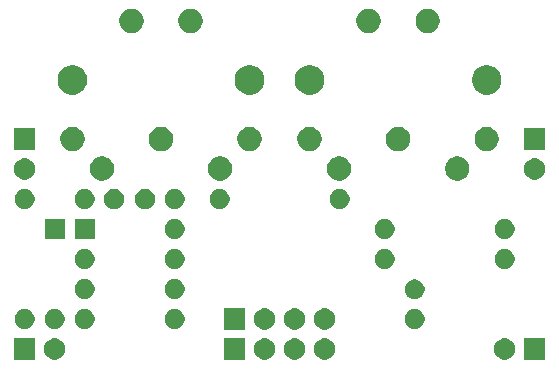
<source format=gbr>
G04 #@! TF.GenerationSoftware,KiCad,Pcbnew,(5.1.5)-3*
G04 #@! TF.CreationDate,2020-09-08T17:50:37-04:00*
G04 #@! TF.ProjectId,breadboard_midi,62726561-6462-46f6-9172-645f6d696469,rev?*
G04 #@! TF.SameCoordinates,Original*
G04 #@! TF.FileFunction,Soldermask,Bot*
G04 #@! TF.FilePolarity,Negative*
%FSLAX46Y46*%
G04 Gerber Fmt 4.6, Leading zero omitted, Abs format (unit mm)*
G04 Created by KiCad (PCBNEW (5.1.5)-3) date 2020-09-08 17:50:37*
%MOMM*%
%LPD*%
G04 APERTURE LIST*
%ADD10C,0.100000*%
G04 APERTURE END LIST*
D10*
G36*
X171081000Y-115201000D02*
G01*
X169279000Y-115201000D01*
X169279000Y-113399000D01*
X171081000Y-113399000D01*
X171081000Y-115201000D01*
G37*
G36*
X129653512Y-113403927D02*
G01*
X129802812Y-113433624D01*
X129966784Y-113501544D01*
X130114354Y-113600147D01*
X130239853Y-113725646D01*
X130338456Y-113873216D01*
X130406376Y-114037188D01*
X130441000Y-114211259D01*
X130441000Y-114388741D01*
X130406376Y-114562812D01*
X130338456Y-114726784D01*
X130239853Y-114874354D01*
X130114354Y-114999853D01*
X129966784Y-115098456D01*
X129802812Y-115166376D01*
X129653512Y-115196073D01*
X129628742Y-115201000D01*
X129451258Y-115201000D01*
X129426488Y-115196073D01*
X129277188Y-115166376D01*
X129113216Y-115098456D01*
X128965646Y-114999853D01*
X128840147Y-114874354D01*
X128741544Y-114726784D01*
X128673624Y-114562812D01*
X128639000Y-114388741D01*
X128639000Y-114211259D01*
X128673624Y-114037188D01*
X128741544Y-113873216D01*
X128840147Y-113725646D01*
X128965646Y-113600147D01*
X129113216Y-113501544D01*
X129277188Y-113433624D01*
X129426488Y-113403927D01*
X129451258Y-113399000D01*
X129628742Y-113399000D01*
X129653512Y-113403927D01*
G37*
G36*
X127901000Y-115201000D02*
G01*
X126099000Y-115201000D01*
X126099000Y-113399000D01*
X127901000Y-113399000D01*
X127901000Y-115201000D01*
G37*
G36*
X167753512Y-113403927D02*
G01*
X167902812Y-113433624D01*
X168066784Y-113501544D01*
X168214354Y-113600147D01*
X168339853Y-113725646D01*
X168438456Y-113873216D01*
X168506376Y-114037188D01*
X168541000Y-114211259D01*
X168541000Y-114388741D01*
X168506376Y-114562812D01*
X168438456Y-114726784D01*
X168339853Y-114874354D01*
X168214354Y-114999853D01*
X168066784Y-115098456D01*
X167902812Y-115166376D01*
X167753512Y-115196073D01*
X167728742Y-115201000D01*
X167551258Y-115201000D01*
X167526488Y-115196073D01*
X167377188Y-115166376D01*
X167213216Y-115098456D01*
X167065646Y-114999853D01*
X166940147Y-114874354D01*
X166841544Y-114726784D01*
X166773624Y-114562812D01*
X166739000Y-114388741D01*
X166739000Y-114211259D01*
X166773624Y-114037188D01*
X166841544Y-113873216D01*
X166940147Y-113725646D01*
X167065646Y-113600147D01*
X167213216Y-113501544D01*
X167377188Y-113433624D01*
X167526488Y-113403927D01*
X167551258Y-113399000D01*
X167728742Y-113399000D01*
X167753512Y-113403927D01*
G37*
G36*
X152513512Y-113403927D02*
G01*
X152662812Y-113433624D01*
X152826784Y-113501544D01*
X152974354Y-113600147D01*
X153099853Y-113725646D01*
X153198456Y-113873216D01*
X153266376Y-114037188D01*
X153301000Y-114211259D01*
X153301000Y-114388741D01*
X153266376Y-114562812D01*
X153198456Y-114726784D01*
X153099853Y-114874354D01*
X152974354Y-114999853D01*
X152826784Y-115098456D01*
X152662812Y-115166376D01*
X152513512Y-115196073D01*
X152488742Y-115201000D01*
X152311258Y-115201000D01*
X152286488Y-115196073D01*
X152137188Y-115166376D01*
X151973216Y-115098456D01*
X151825646Y-114999853D01*
X151700147Y-114874354D01*
X151601544Y-114726784D01*
X151533624Y-114562812D01*
X151499000Y-114388741D01*
X151499000Y-114211259D01*
X151533624Y-114037188D01*
X151601544Y-113873216D01*
X151700147Y-113725646D01*
X151825646Y-113600147D01*
X151973216Y-113501544D01*
X152137188Y-113433624D01*
X152286488Y-113403927D01*
X152311258Y-113399000D01*
X152488742Y-113399000D01*
X152513512Y-113403927D01*
G37*
G36*
X149973512Y-113403927D02*
G01*
X150122812Y-113433624D01*
X150286784Y-113501544D01*
X150434354Y-113600147D01*
X150559853Y-113725646D01*
X150658456Y-113873216D01*
X150726376Y-114037188D01*
X150761000Y-114211259D01*
X150761000Y-114388741D01*
X150726376Y-114562812D01*
X150658456Y-114726784D01*
X150559853Y-114874354D01*
X150434354Y-114999853D01*
X150286784Y-115098456D01*
X150122812Y-115166376D01*
X149973512Y-115196073D01*
X149948742Y-115201000D01*
X149771258Y-115201000D01*
X149746488Y-115196073D01*
X149597188Y-115166376D01*
X149433216Y-115098456D01*
X149285646Y-114999853D01*
X149160147Y-114874354D01*
X149061544Y-114726784D01*
X148993624Y-114562812D01*
X148959000Y-114388741D01*
X148959000Y-114211259D01*
X148993624Y-114037188D01*
X149061544Y-113873216D01*
X149160147Y-113725646D01*
X149285646Y-113600147D01*
X149433216Y-113501544D01*
X149597188Y-113433624D01*
X149746488Y-113403927D01*
X149771258Y-113399000D01*
X149948742Y-113399000D01*
X149973512Y-113403927D01*
G37*
G36*
X145681000Y-115201000D02*
G01*
X143879000Y-115201000D01*
X143879000Y-113399000D01*
X145681000Y-113399000D01*
X145681000Y-115201000D01*
G37*
G36*
X147433512Y-113403927D02*
G01*
X147582812Y-113433624D01*
X147746784Y-113501544D01*
X147894354Y-113600147D01*
X148019853Y-113725646D01*
X148118456Y-113873216D01*
X148186376Y-114037188D01*
X148221000Y-114211259D01*
X148221000Y-114388741D01*
X148186376Y-114562812D01*
X148118456Y-114726784D01*
X148019853Y-114874354D01*
X147894354Y-114999853D01*
X147746784Y-115098456D01*
X147582812Y-115166376D01*
X147433512Y-115196073D01*
X147408742Y-115201000D01*
X147231258Y-115201000D01*
X147206488Y-115196073D01*
X147057188Y-115166376D01*
X146893216Y-115098456D01*
X146745646Y-114999853D01*
X146620147Y-114874354D01*
X146521544Y-114726784D01*
X146453624Y-114562812D01*
X146419000Y-114388741D01*
X146419000Y-114211259D01*
X146453624Y-114037188D01*
X146521544Y-113873216D01*
X146620147Y-113725646D01*
X146745646Y-113600147D01*
X146893216Y-113501544D01*
X147057188Y-113433624D01*
X147206488Y-113403927D01*
X147231258Y-113399000D01*
X147408742Y-113399000D01*
X147433512Y-113403927D01*
G37*
G36*
X149973512Y-110863927D02*
G01*
X150122812Y-110893624D01*
X150286784Y-110961544D01*
X150434354Y-111060147D01*
X150559853Y-111185646D01*
X150658456Y-111333216D01*
X150726376Y-111497188D01*
X150761000Y-111671259D01*
X150761000Y-111848741D01*
X150726376Y-112022812D01*
X150658456Y-112186784D01*
X150559853Y-112334354D01*
X150434354Y-112459853D01*
X150286784Y-112558456D01*
X150122812Y-112626376D01*
X149973512Y-112656073D01*
X149948742Y-112661000D01*
X149771258Y-112661000D01*
X149746488Y-112656073D01*
X149597188Y-112626376D01*
X149433216Y-112558456D01*
X149285646Y-112459853D01*
X149160147Y-112334354D01*
X149061544Y-112186784D01*
X148993624Y-112022812D01*
X148959000Y-111848741D01*
X148959000Y-111671259D01*
X148993624Y-111497188D01*
X149061544Y-111333216D01*
X149160147Y-111185646D01*
X149285646Y-111060147D01*
X149433216Y-110961544D01*
X149597188Y-110893624D01*
X149746488Y-110863927D01*
X149771258Y-110859000D01*
X149948742Y-110859000D01*
X149973512Y-110863927D01*
G37*
G36*
X152513512Y-110863927D02*
G01*
X152662812Y-110893624D01*
X152826784Y-110961544D01*
X152974354Y-111060147D01*
X153099853Y-111185646D01*
X153198456Y-111333216D01*
X153266376Y-111497188D01*
X153301000Y-111671259D01*
X153301000Y-111848741D01*
X153266376Y-112022812D01*
X153198456Y-112186784D01*
X153099853Y-112334354D01*
X152974354Y-112459853D01*
X152826784Y-112558456D01*
X152662812Y-112626376D01*
X152513512Y-112656073D01*
X152488742Y-112661000D01*
X152311258Y-112661000D01*
X152286488Y-112656073D01*
X152137188Y-112626376D01*
X151973216Y-112558456D01*
X151825646Y-112459853D01*
X151700147Y-112334354D01*
X151601544Y-112186784D01*
X151533624Y-112022812D01*
X151499000Y-111848741D01*
X151499000Y-111671259D01*
X151533624Y-111497188D01*
X151601544Y-111333216D01*
X151700147Y-111185646D01*
X151825646Y-111060147D01*
X151973216Y-110961544D01*
X152137188Y-110893624D01*
X152286488Y-110863927D01*
X152311258Y-110859000D01*
X152488742Y-110859000D01*
X152513512Y-110863927D01*
G37*
G36*
X147433512Y-110863927D02*
G01*
X147582812Y-110893624D01*
X147746784Y-110961544D01*
X147894354Y-111060147D01*
X148019853Y-111185646D01*
X148118456Y-111333216D01*
X148186376Y-111497188D01*
X148221000Y-111671259D01*
X148221000Y-111848741D01*
X148186376Y-112022812D01*
X148118456Y-112186784D01*
X148019853Y-112334354D01*
X147894354Y-112459853D01*
X147746784Y-112558456D01*
X147582812Y-112626376D01*
X147433512Y-112656073D01*
X147408742Y-112661000D01*
X147231258Y-112661000D01*
X147206488Y-112656073D01*
X147057188Y-112626376D01*
X146893216Y-112558456D01*
X146745646Y-112459853D01*
X146620147Y-112334354D01*
X146521544Y-112186784D01*
X146453624Y-112022812D01*
X146419000Y-111848741D01*
X146419000Y-111671259D01*
X146453624Y-111497188D01*
X146521544Y-111333216D01*
X146620147Y-111185646D01*
X146745646Y-111060147D01*
X146893216Y-110961544D01*
X147057188Y-110893624D01*
X147206488Y-110863927D01*
X147231258Y-110859000D01*
X147408742Y-110859000D01*
X147433512Y-110863927D01*
G37*
G36*
X145681000Y-112661000D02*
G01*
X143879000Y-112661000D01*
X143879000Y-110859000D01*
X145681000Y-110859000D01*
X145681000Y-112661000D01*
G37*
G36*
X132328228Y-110941703D02*
G01*
X132483100Y-111005853D01*
X132622481Y-111098985D01*
X132741015Y-111217519D01*
X132834147Y-111356900D01*
X132898297Y-111511772D01*
X132931000Y-111676184D01*
X132931000Y-111843816D01*
X132898297Y-112008228D01*
X132834147Y-112163100D01*
X132741015Y-112302481D01*
X132622481Y-112421015D01*
X132483100Y-112514147D01*
X132328228Y-112578297D01*
X132163816Y-112611000D01*
X131996184Y-112611000D01*
X131831772Y-112578297D01*
X131676900Y-112514147D01*
X131537519Y-112421015D01*
X131418985Y-112302481D01*
X131325853Y-112163100D01*
X131261703Y-112008228D01*
X131229000Y-111843816D01*
X131229000Y-111676184D01*
X131261703Y-111511772D01*
X131325853Y-111356900D01*
X131418985Y-111217519D01*
X131537519Y-111098985D01*
X131676900Y-111005853D01*
X131831772Y-110941703D01*
X131996184Y-110909000D01*
X132163816Y-110909000D01*
X132328228Y-110941703D01*
G37*
G36*
X139948228Y-110941703D02*
G01*
X140103100Y-111005853D01*
X140242481Y-111098985D01*
X140361015Y-111217519D01*
X140454147Y-111356900D01*
X140518297Y-111511772D01*
X140551000Y-111676184D01*
X140551000Y-111843816D01*
X140518297Y-112008228D01*
X140454147Y-112163100D01*
X140361015Y-112302481D01*
X140242481Y-112421015D01*
X140103100Y-112514147D01*
X139948228Y-112578297D01*
X139783816Y-112611000D01*
X139616184Y-112611000D01*
X139451772Y-112578297D01*
X139296900Y-112514147D01*
X139157519Y-112421015D01*
X139038985Y-112302481D01*
X138945853Y-112163100D01*
X138881703Y-112008228D01*
X138849000Y-111843816D01*
X138849000Y-111676184D01*
X138881703Y-111511772D01*
X138945853Y-111356900D01*
X139038985Y-111217519D01*
X139157519Y-111098985D01*
X139296900Y-111005853D01*
X139451772Y-110941703D01*
X139616184Y-110909000D01*
X139783816Y-110909000D01*
X139948228Y-110941703D01*
G37*
G36*
X129788228Y-110941703D02*
G01*
X129943100Y-111005853D01*
X130082481Y-111098985D01*
X130201015Y-111217519D01*
X130294147Y-111356900D01*
X130358297Y-111511772D01*
X130391000Y-111676184D01*
X130391000Y-111843816D01*
X130358297Y-112008228D01*
X130294147Y-112163100D01*
X130201015Y-112302481D01*
X130082481Y-112421015D01*
X129943100Y-112514147D01*
X129788228Y-112578297D01*
X129623816Y-112611000D01*
X129456184Y-112611000D01*
X129291772Y-112578297D01*
X129136900Y-112514147D01*
X128997519Y-112421015D01*
X128878985Y-112302481D01*
X128785853Y-112163100D01*
X128721703Y-112008228D01*
X128689000Y-111843816D01*
X128689000Y-111676184D01*
X128721703Y-111511772D01*
X128785853Y-111356900D01*
X128878985Y-111217519D01*
X128997519Y-111098985D01*
X129136900Y-111005853D01*
X129291772Y-110941703D01*
X129456184Y-110909000D01*
X129623816Y-110909000D01*
X129788228Y-110941703D01*
G37*
G36*
X127248228Y-110941703D02*
G01*
X127403100Y-111005853D01*
X127542481Y-111098985D01*
X127661015Y-111217519D01*
X127754147Y-111356900D01*
X127818297Y-111511772D01*
X127851000Y-111676184D01*
X127851000Y-111843816D01*
X127818297Y-112008228D01*
X127754147Y-112163100D01*
X127661015Y-112302481D01*
X127542481Y-112421015D01*
X127403100Y-112514147D01*
X127248228Y-112578297D01*
X127083816Y-112611000D01*
X126916184Y-112611000D01*
X126751772Y-112578297D01*
X126596900Y-112514147D01*
X126457519Y-112421015D01*
X126338985Y-112302481D01*
X126245853Y-112163100D01*
X126181703Y-112008228D01*
X126149000Y-111843816D01*
X126149000Y-111676184D01*
X126181703Y-111511772D01*
X126245853Y-111356900D01*
X126338985Y-111217519D01*
X126457519Y-111098985D01*
X126596900Y-111005853D01*
X126751772Y-110941703D01*
X126916184Y-110909000D01*
X127083816Y-110909000D01*
X127248228Y-110941703D01*
G37*
G36*
X160268228Y-110941703D02*
G01*
X160423100Y-111005853D01*
X160562481Y-111098985D01*
X160681015Y-111217519D01*
X160774147Y-111356900D01*
X160838297Y-111511772D01*
X160871000Y-111676184D01*
X160871000Y-111843816D01*
X160838297Y-112008228D01*
X160774147Y-112163100D01*
X160681015Y-112302481D01*
X160562481Y-112421015D01*
X160423100Y-112514147D01*
X160268228Y-112578297D01*
X160103816Y-112611000D01*
X159936184Y-112611000D01*
X159771772Y-112578297D01*
X159616900Y-112514147D01*
X159477519Y-112421015D01*
X159358985Y-112302481D01*
X159265853Y-112163100D01*
X159201703Y-112008228D01*
X159169000Y-111843816D01*
X159169000Y-111676184D01*
X159201703Y-111511772D01*
X159265853Y-111356900D01*
X159358985Y-111217519D01*
X159477519Y-111098985D01*
X159616900Y-111005853D01*
X159771772Y-110941703D01*
X159936184Y-110909000D01*
X160103816Y-110909000D01*
X160268228Y-110941703D01*
G37*
G36*
X160268228Y-108441703D02*
G01*
X160423100Y-108505853D01*
X160562481Y-108598985D01*
X160681015Y-108717519D01*
X160774147Y-108856900D01*
X160838297Y-109011772D01*
X160871000Y-109176184D01*
X160871000Y-109343816D01*
X160838297Y-109508228D01*
X160774147Y-109663100D01*
X160681015Y-109802481D01*
X160562481Y-109921015D01*
X160423100Y-110014147D01*
X160268228Y-110078297D01*
X160103816Y-110111000D01*
X159936184Y-110111000D01*
X159771772Y-110078297D01*
X159616900Y-110014147D01*
X159477519Y-109921015D01*
X159358985Y-109802481D01*
X159265853Y-109663100D01*
X159201703Y-109508228D01*
X159169000Y-109343816D01*
X159169000Y-109176184D01*
X159201703Y-109011772D01*
X159265853Y-108856900D01*
X159358985Y-108717519D01*
X159477519Y-108598985D01*
X159616900Y-108505853D01*
X159771772Y-108441703D01*
X159936184Y-108409000D01*
X160103816Y-108409000D01*
X160268228Y-108441703D01*
G37*
G36*
X139948228Y-108401703D02*
G01*
X140103100Y-108465853D01*
X140242481Y-108558985D01*
X140361015Y-108677519D01*
X140454147Y-108816900D01*
X140518297Y-108971772D01*
X140551000Y-109136184D01*
X140551000Y-109303816D01*
X140518297Y-109468228D01*
X140454147Y-109623100D01*
X140361015Y-109762481D01*
X140242481Y-109881015D01*
X140103100Y-109974147D01*
X139948228Y-110038297D01*
X139783816Y-110071000D01*
X139616184Y-110071000D01*
X139451772Y-110038297D01*
X139296900Y-109974147D01*
X139157519Y-109881015D01*
X139038985Y-109762481D01*
X138945853Y-109623100D01*
X138881703Y-109468228D01*
X138849000Y-109303816D01*
X138849000Y-109136184D01*
X138881703Y-108971772D01*
X138945853Y-108816900D01*
X139038985Y-108677519D01*
X139157519Y-108558985D01*
X139296900Y-108465853D01*
X139451772Y-108401703D01*
X139616184Y-108369000D01*
X139783816Y-108369000D01*
X139948228Y-108401703D01*
G37*
G36*
X132328228Y-108401703D02*
G01*
X132483100Y-108465853D01*
X132622481Y-108558985D01*
X132741015Y-108677519D01*
X132834147Y-108816900D01*
X132898297Y-108971772D01*
X132931000Y-109136184D01*
X132931000Y-109303816D01*
X132898297Y-109468228D01*
X132834147Y-109623100D01*
X132741015Y-109762481D01*
X132622481Y-109881015D01*
X132483100Y-109974147D01*
X132328228Y-110038297D01*
X132163816Y-110071000D01*
X131996184Y-110071000D01*
X131831772Y-110038297D01*
X131676900Y-109974147D01*
X131537519Y-109881015D01*
X131418985Y-109762481D01*
X131325853Y-109623100D01*
X131261703Y-109468228D01*
X131229000Y-109303816D01*
X131229000Y-109136184D01*
X131261703Y-108971772D01*
X131325853Y-108816900D01*
X131418985Y-108677519D01*
X131537519Y-108558985D01*
X131676900Y-108465853D01*
X131831772Y-108401703D01*
X131996184Y-108369000D01*
X132163816Y-108369000D01*
X132328228Y-108401703D01*
G37*
G36*
X132328228Y-105861703D02*
G01*
X132483100Y-105925853D01*
X132622481Y-106018985D01*
X132741015Y-106137519D01*
X132834147Y-106276900D01*
X132898297Y-106431772D01*
X132931000Y-106596184D01*
X132931000Y-106763816D01*
X132898297Y-106928228D01*
X132834147Y-107083100D01*
X132741015Y-107222481D01*
X132622481Y-107341015D01*
X132483100Y-107434147D01*
X132328228Y-107498297D01*
X132163816Y-107531000D01*
X131996184Y-107531000D01*
X131831772Y-107498297D01*
X131676900Y-107434147D01*
X131537519Y-107341015D01*
X131418985Y-107222481D01*
X131325853Y-107083100D01*
X131261703Y-106928228D01*
X131229000Y-106763816D01*
X131229000Y-106596184D01*
X131261703Y-106431772D01*
X131325853Y-106276900D01*
X131418985Y-106137519D01*
X131537519Y-106018985D01*
X131676900Y-105925853D01*
X131831772Y-105861703D01*
X131996184Y-105829000D01*
X132163816Y-105829000D01*
X132328228Y-105861703D01*
G37*
G36*
X157728228Y-105861703D02*
G01*
X157883100Y-105925853D01*
X158022481Y-106018985D01*
X158141015Y-106137519D01*
X158234147Y-106276900D01*
X158298297Y-106431772D01*
X158331000Y-106596184D01*
X158331000Y-106763816D01*
X158298297Y-106928228D01*
X158234147Y-107083100D01*
X158141015Y-107222481D01*
X158022481Y-107341015D01*
X157883100Y-107434147D01*
X157728228Y-107498297D01*
X157563816Y-107531000D01*
X157396184Y-107531000D01*
X157231772Y-107498297D01*
X157076900Y-107434147D01*
X156937519Y-107341015D01*
X156818985Y-107222481D01*
X156725853Y-107083100D01*
X156661703Y-106928228D01*
X156629000Y-106763816D01*
X156629000Y-106596184D01*
X156661703Y-106431772D01*
X156725853Y-106276900D01*
X156818985Y-106137519D01*
X156937519Y-106018985D01*
X157076900Y-105925853D01*
X157231772Y-105861703D01*
X157396184Y-105829000D01*
X157563816Y-105829000D01*
X157728228Y-105861703D01*
G37*
G36*
X167888228Y-105861703D02*
G01*
X168043100Y-105925853D01*
X168182481Y-106018985D01*
X168301015Y-106137519D01*
X168394147Y-106276900D01*
X168458297Y-106431772D01*
X168491000Y-106596184D01*
X168491000Y-106763816D01*
X168458297Y-106928228D01*
X168394147Y-107083100D01*
X168301015Y-107222481D01*
X168182481Y-107341015D01*
X168043100Y-107434147D01*
X167888228Y-107498297D01*
X167723816Y-107531000D01*
X167556184Y-107531000D01*
X167391772Y-107498297D01*
X167236900Y-107434147D01*
X167097519Y-107341015D01*
X166978985Y-107222481D01*
X166885853Y-107083100D01*
X166821703Y-106928228D01*
X166789000Y-106763816D01*
X166789000Y-106596184D01*
X166821703Y-106431772D01*
X166885853Y-106276900D01*
X166978985Y-106137519D01*
X167097519Y-106018985D01*
X167236900Y-105925853D01*
X167391772Y-105861703D01*
X167556184Y-105829000D01*
X167723816Y-105829000D01*
X167888228Y-105861703D01*
G37*
G36*
X139948228Y-105861703D02*
G01*
X140103100Y-105925853D01*
X140242481Y-106018985D01*
X140361015Y-106137519D01*
X140454147Y-106276900D01*
X140518297Y-106431772D01*
X140551000Y-106596184D01*
X140551000Y-106763816D01*
X140518297Y-106928228D01*
X140454147Y-107083100D01*
X140361015Y-107222481D01*
X140242481Y-107341015D01*
X140103100Y-107434147D01*
X139948228Y-107498297D01*
X139783816Y-107531000D01*
X139616184Y-107531000D01*
X139451772Y-107498297D01*
X139296900Y-107434147D01*
X139157519Y-107341015D01*
X139038985Y-107222481D01*
X138945853Y-107083100D01*
X138881703Y-106928228D01*
X138849000Y-106763816D01*
X138849000Y-106596184D01*
X138881703Y-106431772D01*
X138945853Y-106276900D01*
X139038985Y-106137519D01*
X139157519Y-106018985D01*
X139296900Y-105925853D01*
X139451772Y-105861703D01*
X139616184Y-105829000D01*
X139783816Y-105829000D01*
X139948228Y-105861703D01*
G37*
G36*
X132931000Y-104991000D02*
G01*
X131229000Y-104991000D01*
X131229000Y-103289000D01*
X132931000Y-103289000D01*
X132931000Y-104991000D01*
G37*
G36*
X139948228Y-103321703D02*
G01*
X140103100Y-103385853D01*
X140242481Y-103478985D01*
X140361015Y-103597519D01*
X140454147Y-103736900D01*
X140518297Y-103891772D01*
X140551000Y-104056184D01*
X140551000Y-104223816D01*
X140518297Y-104388228D01*
X140454147Y-104543100D01*
X140361015Y-104682481D01*
X140242481Y-104801015D01*
X140103100Y-104894147D01*
X139948228Y-104958297D01*
X139783816Y-104991000D01*
X139616184Y-104991000D01*
X139451772Y-104958297D01*
X139296900Y-104894147D01*
X139157519Y-104801015D01*
X139038985Y-104682481D01*
X138945853Y-104543100D01*
X138881703Y-104388228D01*
X138849000Y-104223816D01*
X138849000Y-104056184D01*
X138881703Y-103891772D01*
X138945853Y-103736900D01*
X139038985Y-103597519D01*
X139157519Y-103478985D01*
X139296900Y-103385853D01*
X139451772Y-103321703D01*
X139616184Y-103289000D01*
X139783816Y-103289000D01*
X139948228Y-103321703D01*
G37*
G36*
X157728228Y-103321703D02*
G01*
X157883100Y-103385853D01*
X158022481Y-103478985D01*
X158141015Y-103597519D01*
X158234147Y-103736900D01*
X158298297Y-103891772D01*
X158331000Y-104056184D01*
X158331000Y-104223816D01*
X158298297Y-104388228D01*
X158234147Y-104543100D01*
X158141015Y-104682481D01*
X158022481Y-104801015D01*
X157883100Y-104894147D01*
X157728228Y-104958297D01*
X157563816Y-104991000D01*
X157396184Y-104991000D01*
X157231772Y-104958297D01*
X157076900Y-104894147D01*
X156937519Y-104801015D01*
X156818985Y-104682481D01*
X156725853Y-104543100D01*
X156661703Y-104388228D01*
X156629000Y-104223816D01*
X156629000Y-104056184D01*
X156661703Y-103891772D01*
X156725853Y-103736900D01*
X156818985Y-103597519D01*
X156937519Y-103478985D01*
X157076900Y-103385853D01*
X157231772Y-103321703D01*
X157396184Y-103289000D01*
X157563816Y-103289000D01*
X157728228Y-103321703D01*
G37*
G36*
X167888228Y-103321703D02*
G01*
X168043100Y-103385853D01*
X168182481Y-103478985D01*
X168301015Y-103597519D01*
X168394147Y-103736900D01*
X168458297Y-103891772D01*
X168491000Y-104056184D01*
X168491000Y-104223816D01*
X168458297Y-104388228D01*
X168394147Y-104543100D01*
X168301015Y-104682481D01*
X168182481Y-104801015D01*
X168043100Y-104894147D01*
X167888228Y-104958297D01*
X167723816Y-104991000D01*
X167556184Y-104991000D01*
X167391772Y-104958297D01*
X167236900Y-104894147D01*
X167097519Y-104801015D01*
X166978985Y-104682481D01*
X166885853Y-104543100D01*
X166821703Y-104388228D01*
X166789000Y-104223816D01*
X166789000Y-104056184D01*
X166821703Y-103891772D01*
X166885853Y-103736900D01*
X166978985Y-103597519D01*
X167097519Y-103478985D01*
X167236900Y-103385853D01*
X167391772Y-103321703D01*
X167556184Y-103289000D01*
X167723816Y-103289000D01*
X167888228Y-103321703D01*
G37*
G36*
X130391000Y-104991000D02*
G01*
X128689000Y-104991000D01*
X128689000Y-103289000D01*
X130391000Y-103289000D01*
X130391000Y-104991000D01*
G37*
G36*
X127248228Y-100781703D02*
G01*
X127403100Y-100845853D01*
X127542481Y-100938985D01*
X127661015Y-101057519D01*
X127754147Y-101196900D01*
X127818297Y-101351772D01*
X127851000Y-101516184D01*
X127851000Y-101683816D01*
X127818297Y-101848228D01*
X127754147Y-102003100D01*
X127661015Y-102142481D01*
X127542481Y-102261015D01*
X127403100Y-102354147D01*
X127248228Y-102418297D01*
X127083816Y-102451000D01*
X126916184Y-102451000D01*
X126751772Y-102418297D01*
X126596900Y-102354147D01*
X126457519Y-102261015D01*
X126338985Y-102142481D01*
X126245853Y-102003100D01*
X126181703Y-101848228D01*
X126149000Y-101683816D01*
X126149000Y-101516184D01*
X126181703Y-101351772D01*
X126245853Y-101196900D01*
X126338985Y-101057519D01*
X126457519Y-100938985D01*
X126596900Y-100845853D01*
X126751772Y-100781703D01*
X126916184Y-100749000D01*
X127083816Y-100749000D01*
X127248228Y-100781703D01*
G37*
G36*
X134828228Y-100781703D02*
G01*
X134983100Y-100845853D01*
X135122481Y-100938985D01*
X135241015Y-101057519D01*
X135334147Y-101196900D01*
X135398297Y-101351772D01*
X135431000Y-101516184D01*
X135431000Y-101683816D01*
X135398297Y-101848228D01*
X135334147Y-102003100D01*
X135241015Y-102142481D01*
X135122481Y-102261015D01*
X134983100Y-102354147D01*
X134828228Y-102418297D01*
X134663816Y-102451000D01*
X134496184Y-102451000D01*
X134331772Y-102418297D01*
X134176900Y-102354147D01*
X134037519Y-102261015D01*
X133918985Y-102142481D01*
X133825853Y-102003100D01*
X133761703Y-101848228D01*
X133729000Y-101683816D01*
X133729000Y-101516184D01*
X133761703Y-101351772D01*
X133825853Y-101196900D01*
X133918985Y-101057519D01*
X134037519Y-100938985D01*
X134176900Y-100845853D01*
X134331772Y-100781703D01*
X134496184Y-100749000D01*
X134663816Y-100749000D01*
X134828228Y-100781703D01*
G37*
G36*
X132328228Y-100781703D02*
G01*
X132483100Y-100845853D01*
X132622481Y-100938985D01*
X132741015Y-101057519D01*
X132834147Y-101196900D01*
X132898297Y-101351772D01*
X132931000Y-101516184D01*
X132931000Y-101683816D01*
X132898297Y-101848228D01*
X132834147Y-102003100D01*
X132741015Y-102142481D01*
X132622481Y-102261015D01*
X132483100Y-102354147D01*
X132328228Y-102418297D01*
X132163816Y-102451000D01*
X131996184Y-102451000D01*
X131831772Y-102418297D01*
X131676900Y-102354147D01*
X131537519Y-102261015D01*
X131418985Y-102142481D01*
X131325853Y-102003100D01*
X131261703Y-101848228D01*
X131229000Y-101683816D01*
X131229000Y-101516184D01*
X131261703Y-101351772D01*
X131325853Y-101196900D01*
X131418985Y-101057519D01*
X131537519Y-100938985D01*
X131676900Y-100845853D01*
X131831772Y-100781703D01*
X131996184Y-100749000D01*
X132163816Y-100749000D01*
X132328228Y-100781703D01*
G37*
G36*
X139948228Y-100781703D02*
G01*
X140103100Y-100845853D01*
X140242481Y-100938985D01*
X140361015Y-101057519D01*
X140454147Y-101196900D01*
X140518297Y-101351772D01*
X140551000Y-101516184D01*
X140551000Y-101683816D01*
X140518297Y-101848228D01*
X140454147Y-102003100D01*
X140361015Y-102142481D01*
X140242481Y-102261015D01*
X140103100Y-102354147D01*
X139948228Y-102418297D01*
X139783816Y-102451000D01*
X139616184Y-102451000D01*
X139451772Y-102418297D01*
X139296900Y-102354147D01*
X139157519Y-102261015D01*
X139038985Y-102142481D01*
X138945853Y-102003100D01*
X138881703Y-101848228D01*
X138849000Y-101683816D01*
X138849000Y-101516184D01*
X138881703Y-101351772D01*
X138945853Y-101196900D01*
X139038985Y-101057519D01*
X139157519Y-100938985D01*
X139296900Y-100845853D01*
X139451772Y-100781703D01*
X139616184Y-100749000D01*
X139783816Y-100749000D01*
X139948228Y-100781703D01*
G37*
G36*
X153918228Y-100781703D02*
G01*
X154073100Y-100845853D01*
X154212481Y-100938985D01*
X154331015Y-101057519D01*
X154424147Y-101196900D01*
X154488297Y-101351772D01*
X154521000Y-101516184D01*
X154521000Y-101683816D01*
X154488297Y-101848228D01*
X154424147Y-102003100D01*
X154331015Y-102142481D01*
X154212481Y-102261015D01*
X154073100Y-102354147D01*
X153918228Y-102418297D01*
X153753816Y-102451000D01*
X153586184Y-102451000D01*
X153421772Y-102418297D01*
X153266900Y-102354147D01*
X153127519Y-102261015D01*
X153008985Y-102142481D01*
X152915853Y-102003100D01*
X152851703Y-101848228D01*
X152819000Y-101683816D01*
X152819000Y-101516184D01*
X152851703Y-101351772D01*
X152915853Y-101196900D01*
X153008985Y-101057519D01*
X153127519Y-100938985D01*
X153266900Y-100845853D01*
X153421772Y-100781703D01*
X153586184Y-100749000D01*
X153753816Y-100749000D01*
X153918228Y-100781703D01*
G37*
G36*
X143758228Y-100781703D02*
G01*
X143913100Y-100845853D01*
X144052481Y-100938985D01*
X144171015Y-101057519D01*
X144264147Y-101196900D01*
X144328297Y-101351772D01*
X144361000Y-101516184D01*
X144361000Y-101683816D01*
X144328297Y-101848228D01*
X144264147Y-102003100D01*
X144171015Y-102142481D01*
X144052481Y-102261015D01*
X143913100Y-102354147D01*
X143758228Y-102418297D01*
X143593816Y-102451000D01*
X143426184Y-102451000D01*
X143261772Y-102418297D01*
X143106900Y-102354147D01*
X142967519Y-102261015D01*
X142848985Y-102142481D01*
X142755853Y-102003100D01*
X142691703Y-101848228D01*
X142659000Y-101683816D01*
X142659000Y-101516184D01*
X142691703Y-101351772D01*
X142755853Y-101196900D01*
X142848985Y-101057519D01*
X142967519Y-100938985D01*
X143106900Y-100845853D01*
X143261772Y-100781703D01*
X143426184Y-100749000D01*
X143593816Y-100749000D01*
X143758228Y-100781703D01*
G37*
G36*
X137448228Y-100781703D02*
G01*
X137603100Y-100845853D01*
X137742481Y-100938985D01*
X137861015Y-101057519D01*
X137954147Y-101196900D01*
X138018297Y-101351772D01*
X138051000Y-101516184D01*
X138051000Y-101683816D01*
X138018297Y-101848228D01*
X137954147Y-102003100D01*
X137861015Y-102142481D01*
X137742481Y-102261015D01*
X137603100Y-102354147D01*
X137448228Y-102418297D01*
X137283816Y-102451000D01*
X137116184Y-102451000D01*
X136951772Y-102418297D01*
X136796900Y-102354147D01*
X136657519Y-102261015D01*
X136538985Y-102142481D01*
X136445853Y-102003100D01*
X136381703Y-101848228D01*
X136349000Y-101683816D01*
X136349000Y-101516184D01*
X136381703Y-101351772D01*
X136445853Y-101196900D01*
X136538985Y-101057519D01*
X136657519Y-100938985D01*
X136796900Y-100845853D01*
X136951772Y-100781703D01*
X137116184Y-100749000D01*
X137283816Y-100749000D01*
X137448228Y-100781703D01*
G37*
G36*
X143849272Y-98033428D02*
G01*
X144035991Y-98110770D01*
X144035993Y-98110771D01*
X144204037Y-98223054D01*
X144346946Y-98365963D01*
X144426915Y-98485646D01*
X144459230Y-98534009D01*
X144536572Y-98720728D01*
X144576000Y-98918947D01*
X144576000Y-99121053D01*
X144536572Y-99319272D01*
X144467186Y-99486784D01*
X144459229Y-99505993D01*
X144346946Y-99674037D01*
X144204037Y-99816946D01*
X144035993Y-99929229D01*
X144035992Y-99929230D01*
X144035991Y-99929230D01*
X143849272Y-100006572D01*
X143651053Y-100046000D01*
X143448947Y-100046000D01*
X143250728Y-100006572D01*
X143064009Y-99929230D01*
X143064008Y-99929230D01*
X143064007Y-99929229D01*
X142895963Y-99816946D01*
X142753054Y-99674037D01*
X142640771Y-99505993D01*
X142632814Y-99486784D01*
X142563428Y-99319272D01*
X142524000Y-99121053D01*
X142524000Y-98918947D01*
X142563428Y-98720728D01*
X142640770Y-98534009D01*
X142673085Y-98485646D01*
X142753054Y-98365963D01*
X142895963Y-98223054D01*
X143064007Y-98110771D01*
X143064009Y-98110770D01*
X143250728Y-98033428D01*
X143448947Y-97994000D01*
X143651053Y-97994000D01*
X143849272Y-98033428D01*
G37*
G36*
X133849272Y-98033428D02*
G01*
X134035991Y-98110770D01*
X134035993Y-98110771D01*
X134204037Y-98223054D01*
X134346946Y-98365963D01*
X134426915Y-98485646D01*
X134459230Y-98534009D01*
X134536572Y-98720728D01*
X134576000Y-98918947D01*
X134576000Y-99121053D01*
X134536572Y-99319272D01*
X134467186Y-99486784D01*
X134459229Y-99505993D01*
X134346946Y-99674037D01*
X134204037Y-99816946D01*
X134035993Y-99929229D01*
X134035992Y-99929230D01*
X134035991Y-99929230D01*
X133849272Y-100006572D01*
X133651053Y-100046000D01*
X133448947Y-100046000D01*
X133250728Y-100006572D01*
X133064009Y-99929230D01*
X133064008Y-99929230D01*
X133064007Y-99929229D01*
X132895963Y-99816946D01*
X132753054Y-99674037D01*
X132640771Y-99505993D01*
X132632814Y-99486784D01*
X132563428Y-99319272D01*
X132524000Y-99121053D01*
X132524000Y-98918947D01*
X132563428Y-98720728D01*
X132640770Y-98534009D01*
X132673085Y-98485646D01*
X132753054Y-98365963D01*
X132895963Y-98223054D01*
X133064007Y-98110771D01*
X133064009Y-98110770D01*
X133250728Y-98033428D01*
X133448947Y-97994000D01*
X133651053Y-97994000D01*
X133849272Y-98033428D01*
G37*
G36*
X153929272Y-98033428D02*
G01*
X154115991Y-98110770D01*
X154115993Y-98110771D01*
X154284037Y-98223054D01*
X154426946Y-98365963D01*
X154506915Y-98485646D01*
X154539230Y-98534009D01*
X154616572Y-98720728D01*
X154656000Y-98918947D01*
X154656000Y-99121053D01*
X154616572Y-99319272D01*
X154547186Y-99486784D01*
X154539229Y-99505993D01*
X154426946Y-99674037D01*
X154284037Y-99816946D01*
X154115993Y-99929229D01*
X154115992Y-99929230D01*
X154115991Y-99929230D01*
X153929272Y-100006572D01*
X153731053Y-100046000D01*
X153528947Y-100046000D01*
X153330728Y-100006572D01*
X153144009Y-99929230D01*
X153144008Y-99929230D01*
X153144007Y-99929229D01*
X152975963Y-99816946D01*
X152833054Y-99674037D01*
X152720771Y-99505993D01*
X152712814Y-99486784D01*
X152643428Y-99319272D01*
X152604000Y-99121053D01*
X152604000Y-98918947D01*
X152643428Y-98720728D01*
X152720770Y-98534009D01*
X152753085Y-98485646D01*
X152833054Y-98365963D01*
X152975963Y-98223054D01*
X153144007Y-98110771D01*
X153144009Y-98110770D01*
X153330728Y-98033428D01*
X153528947Y-97994000D01*
X153731053Y-97994000D01*
X153929272Y-98033428D01*
G37*
G36*
X163929272Y-98033428D02*
G01*
X164115991Y-98110770D01*
X164115993Y-98110771D01*
X164284037Y-98223054D01*
X164426946Y-98365963D01*
X164506915Y-98485646D01*
X164539230Y-98534009D01*
X164616572Y-98720728D01*
X164656000Y-98918947D01*
X164656000Y-99121053D01*
X164616572Y-99319272D01*
X164547186Y-99486784D01*
X164539229Y-99505993D01*
X164426946Y-99674037D01*
X164284037Y-99816946D01*
X164115993Y-99929229D01*
X164115992Y-99929230D01*
X164115991Y-99929230D01*
X163929272Y-100006572D01*
X163731053Y-100046000D01*
X163528947Y-100046000D01*
X163330728Y-100006572D01*
X163144009Y-99929230D01*
X163144008Y-99929230D01*
X163144007Y-99929229D01*
X162975963Y-99816946D01*
X162833054Y-99674037D01*
X162720771Y-99505993D01*
X162712814Y-99486784D01*
X162643428Y-99319272D01*
X162604000Y-99121053D01*
X162604000Y-98918947D01*
X162643428Y-98720728D01*
X162720770Y-98534009D01*
X162753085Y-98485646D01*
X162833054Y-98365963D01*
X162975963Y-98223054D01*
X163144007Y-98110771D01*
X163144009Y-98110770D01*
X163330728Y-98033428D01*
X163528947Y-97994000D01*
X163731053Y-97994000D01*
X163929272Y-98033428D01*
G37*
G36*
X170293512Y-98163927D02*
G01*
X170442812Y-98193624D01*
X170606784Y-98261544D01*
X170754354Y-98360147D01*
X170879853Y-98485646D01*
X170978456Y-98633216D01*
X171046376Y-98797188D01*
X171081000Y-98971259D01*
X171081000Y-99148741D01*
X171046376Y-99322812D01*
X170978456Y-99486784D01*
X170879853Y-99634354D01*
X170754354Y-99759853D01*
X170606784Y-99858456D01*
X170442812Y-99926376D01*
X170293512Y-99956073D01*
X170268742Y-99961000D01*
X170091258Y-99961000D01*
X170066488Y-99956073D01*
X169917188Y-99926376D01*
X169753216Y-99858456D01*
X169605646Y-99759853D01*
X169480147Y-99634354D01*
X169381544Y-99486784D01*
X169313624Y-99322812D01*
X169279000Y-99148741D01*
X169279000Y-98971259D01*
X169313624Y-98797188D01*
X169381544Y-98633216D01*
X169480147Y-98485646D01*
X169605646Y-98360147D01*
X169753216Y-98261544D01*
X169917188Y-98193624D01*
X170066488Y-98163927D01*
X170091258Y-98159000D01*
X170268742Y-98159000D01*
X170293512Y-98163927D01*
G37*
G36*
X127113512Y-98163927D02*
G01*
X127262812Y-98193624D01*
X127426784Y-98261544D01*
X127574354Y-98360147D01*
X127699853Y-98485646D01*
X127798456Y-98633216D01*
X127866376Y-98797188D01*
X127901000Y-98971259D01*
X127901000Y-99148741D01*
X127866376Y-99322812D01*
X127798456Y-99486784D01*
X127699853Y-99634354D01*
X127574354Y-99759853D01*
X127426784Y-99858456D01*
X127262812Y-99926376D01*
X127113512Y-99956073D01*
X127088742Y-99961000D01*
X126911258Y-99961000D01*
X126886488Y-99956073D01*
X126737188Y-99926376D01*
X126573216Y-99858456D01*
X126425646Y-99759853D01*
X126300147Y-99634354D01*
X126201544Y-99486784D01*
X126133624Y-99322812D01*
X126099000Y-99148741D01*
X126099000Y-98971259D01*
X126133624Y-98797188D01*
X126201544Y-98633216D01*
X126300147Y-98485646D01*
X126425646Y-98360147D01*
X126573216Y-98261544D01*
X126737188Y-98193624D01*
X126886488Y-98163927D01*
X126911258Y-98159000D01*
X127088742Y-98159000D01*
X127113512Y-98163927D01*
G37*
G36*
X166429272Y-95533428D02*
G01*
X166615991Y-95610770D01*
X166615993Y-95610771D01*
X166784037Y-95723054D01*
X166926946Y-95865963D01*
X167039229Y-96034007D01*
X167039230Y-96034009D01*
X167116572Y-96220728D01*
X167156000Y-96418947D01*
X167156000Y-96621053D01*
X167116572Y-96819272D01*
X167039230Y-97005991D01*
X167039229Y-97005993D01*
X166926946Y-97174037D01*
X166784037Y-97316946D01*
X166615993Y-97429229D01*
X166615992Y-97429230D01*
X166615991Y-97429230D01*
X166429272Y-97506572D01*
X166231053Y-97546000D01*
X166028947Y-97546000D01*
X165830728Y-97506572D01*
X165644009Y-97429230D01*
X165644008Y-97429230D01*
X165644007Y-97429229D01*
X165475963Y-97316946D01*
X165333054Y-97174037D01*
X165220771Y-97005993D01*
X165220770Y-97005991D01*
X165143428Y-96819272D01*
X165104000Y-96621053D01*
X165104000Y-96418947D01*
X165143428Y-96220728D01*
X165220770Y-96034009D01*
X165220771Y-96034007D01*
X165333054Y-95865963D01*
X165475963Y-95723054D01*
X165644007Y-95610771D01*
X165644009Y-95610770D01*
X165830728Y-95533428D01*
X166028947Y-95494000D01*
X166231053Y-95494000D01*
X166429272Y-95533428D01*
G37*
G36*
X151429272Y-95533428D02*
G01*
X151615991Y-95610770D01*
X151615993Y-95610771D01*
X151784037Y-95723054D01*
X151926946Y-95865963D01*
X152039229Y-96034007D01*
X152039230Y-96034009D01*
X152116572Y-96220728D01*
X152156000Y-96418947D01*
X152156000Y-96621053D01*
X152116572Y-96819272D01*
X152039230Y-97005991D01*
X152039229Y-97005993D01*
X151926946Y-97174037D01*
X151784037Y-97316946D01*
X151615993Y-97429229D01*
X151615992Y-97429230D01*
X151615991Y-97429230D01*
X151429272Y-97506572D01*
X151231053Y-97546000D01*
X151028947Y-97546000D01*
X150830728Y-97506572D01*
X150644009Y-97429230D01*
X150644008Y-97429230D01*
X150644007Y-97429229D01*
X150475963Y-97316946D01*
X150333054Y-97174037D01*
X150220771Y-97005993D01*
X150220770Y-97005991D01*
X150143428Y-96819272D01*
X150104000Y-96621053D01*
X150104000Y-96418947D01*
X150143428Y-96220728D01*
X150220770Y-96034009D01*
X150220771Y-96034007D01*
X150333054Y-95865963D01*
X150475963Y-95723054D01*
X150644007Y-95610771D01*
X150644009Y-95610770D01*
X150830728Y-95533428D01*
X151028947Y-95494000D01*
X151231053Y-95494000D01*
X151429272Y-95533428D01*
G37*
G36*
X158929272Y-95533428D02*
G01*
X159115991Y-95610770D01*
X159115993Y-95610771D01*
X159284037Y-95723054D01*
X159426946Y-95865963D01*
X159539229Y-96034007D01*
X159539230Y-96034009D01*
X159616572Y-96220728D01*
X159656000Y-96418947D01*
X159656000Y-96621053D01*
X159616572Y-96819272D01*
X159539230Y-97005991D01*
X159539229Y-97005993D01*
X159426946Y-97174037D01*
X159284037Y-97316946D01*
X159115993Y-97429229D01*
X159115992Y-97429230D01*
X159115991Y-97429230D01*
X158929272Y-97506572D01*
X158731053Y-97546000D01*
X158528947Y-97546000D01*
X158330728Y-97506572D01*
X158144009Y-97429230D01*
X158144008Y-97429230D01*
X158144007Y-97429229D01*
X157975963Y-97316946D01*
X157833054Y-97174037D01*
X157720771Y-97005993D01*
X157720770Y-97005991D01*
X157643428Y-96819272D01*
X157604000Y-96621053D01*
X157604000Y-96418947D01*
X157643428Y-96220728D01*
X157720770Y-96034009D01*
X157720771Y-96034007D01*
X157833054Y-95865963D01*
X157975963Y-95723054D01*
X158144007Y-95610771D01*
X158144009Y-95610770D01*
X158330728Y-95533428D01*
X158528947Y-95494000D01*
X158731053Y-95494000D01*
X158929272Y-95533428D01*
G37*
G36*
X138849272Y-95533428D02*
G01*
X139035991Y-95610770D01*
X139035993Y-95610771D01*
X139204037Y-95723054D01*
X139346946Y-95865963D01*
X139459229Y-96034007D01*
X139459230Y-96034009D01*
X139536572Y-96220728D01*
X139576000Y-96418947D01*
X139576000Y-96621053D01*
X139536572Y-96819272D01*
X139459230Y-97005991D01*
X139459229Y-97005993D01*
X139346946Y-97174037D01*
X139204037Y-97316946D01*
X139035993Y-97429229D01*
X139035992Y-97429230D01*
X139035991Y-97429230D01*
X138849272Y-97506572D01*
X138651053Y-97546000D01*
X138448947Y-97546000D01*
X138250728Y-97506572D01*
X138064009Y-97429230D01*
X138064008Y-97429230D01*
X138064007Y-97429229D01*
X137895963Y-97316946D01*
X137753054Y-97174037D01*
X137640771Y-97005993D01*
X137640770Y-97005991D01*
X137563428Y-96819272D01*
X137524000Y-96621053D01*
X137524000Y-96418947D01*
X137563428Y-96220728D01*
X137640770Y-96034009D01*
X137640771Y-96034007D01*
X137753054Y-95865963D01*
X137895963Y-95723054D01*
X138064007Y-95610771D01*
X138064009Y-95610770D01*
X138250728Y-95533428D01*
X138448947Y-95494000D01*
X138651053Y-95494000D01*
X138849272Y-95533428D01*
G37*
G36*
X131349272Y-95533428D02*
G01*
X131535991Y-95610770D01*
X131535993Y-95610771D01*
X131704037Y-95723054D01*
X131846946Y-95865963D01*
X131959229Y-96034007D01*
X131959230Y-96034009D01*
X132036572Y-96220728D01*
X132076000Y-96418947D01*
X132076000Y-96621053D01*
X132036572Y-96819272D01*
X131959230Y-97005991D01*
X131959229Y-97005993D01*
X131846946Y-97174037D01*
X131704037Y-97316946D01*
X131535993Y-97429229D01*
X131535992Y-97429230D01*
X131535991Y-97429230D01*
X131349272Y-97506572D01*
X131151053Y-97546000D01*
X130948947Y-97546000D01*
X130750728Y-97506572D01*
X130564009Y-97429230D01*
X130564008Y-97429230D01*
X130564007Y-97429229D01*
X130395963Y-97316946D01*
X130253054Y-97174037D01*
X130140771Y-97005993D01*
X130140770Y-97005991D01*
X130063428Y-96819272D01*
X130024000Y-96621053D01*
X130024000Y-96418947D01*
X130063428Y-96220728D01*
X130140770Y-96034009D01*
X130140771Y-96034007D01*
X130253054Y-95865963D01*
X130395963Y-95723054D01*
X130564007Y-95610771D01*
X130564009Y-95610770D01*
X130750728Y-95533428D01*
X130948947Y-95494000D01*
X131151053Y-95494000D01*
X131349272Y-95533428D01*
G37*
G36*
X146349272Y-95533428D02*
G01*
X146535991Y-95610770D01*
X146535993Y-95610771D01*
X146704037Y-95723054D01*
X146846946Y-95865963D01*
X146959229Y-96034007D01*
X146959230Y-96034009D01*
X147036572Y-96220728D01*
X147076000Y-96418947D01*
X147076000Y-96621053D01*
X147036572Y-96819272D01*
X146959230Y-97005991D01*
X146959229Y-97005993D01*
X146846946Y-97174037D01*
X146704037Y-97316946D01*
X146535993Y-97429229D01*
X146535992Y-97429230D01*
X146535991Y-97429230D01*
X146349272Y-97506572D01*
X146151053Y-97546000D01*
X145948947Y-97546000D01*
X145750728Y-97506572D01*
X145564009Y-97429230D01*
X145564008Y-97429230D01*
X145564007Y-97429229D01*
X145395963Y-97316946D01*
X145253054Y-97174037D01*
X145140771Y-97005993D01*
X145140770Y-97005991D01*
X145063428Y-96819272D01*
X145024000Y-96621053D01*
X145024000Y-96418947D01*
X145063428Y-96220728D01*
X145140770Y-96034009D01*
X145140771Y-96034007D01*
X145253054Y-95865963D01*
X145395963Y-95723054D01*
X145564007Y-95610771D01*
X145564009Y-95610770D01*
X145750728Y-95533428D01*
X145948947Y-95494000D01*
X146151053Y-95494000D01*
X146349272Y-95533428D01*
G37*
G36*
X171081000Y-97421000D02*
G01*
X169279000Y-97421000D01*
X169279000Y-95619000D01*
X171081000Y-95619000D01*
X171081000Y-97421000D01*
G37*
G36*
X127901000Y-97421000D02*
G01*
X126099000Y-97421000D01*
X126099000Y-95619000D01*
X127901000Y-95619000D01*
X127901000Y-97421000D01*
G37*
G36*
X151494903Y-90317075D02*
G01*
X151722571Y-90411378D01*
X151927466Y-90548285D01*
X152101715Y-90722534D01*
X152238622Y-90927429D01*
X152332925Y-91155097D01*
X152381000Y-91396787D01*
X152381000Y-91643213D01*
X152332925Y-91884903D01*
X152238622Y-92112571D01*
X152101715Y-92317466D01*
X151927466Y-92491715D01*
X151722571Y-92628622D01*
X151722570Y-92628623D01*
X151722569Y-92628623D01*
X151494903Y-92722925D01*
X151253214Y-92771000D01*
X151006786Y-92771000D01*
X150765097Y-92722925D01*
X150537431Y-92628623D01*
X150537430Y-92628623D01*
X150537429Y-92628622D01*
X150332534Y-92491715D01*
X150158285Y-92317466D01*
X150021378Y-92112571D01*
X149927075Y-91884903D01*
X149879000Y-91643213D01*
X149879000Y-91396787D01*
X149927075Y-91155097D01*
X150021378Y-90927429D01*
X150158285Y-90722534D01*
X150332534Y-90548285D01*
X150537429Y-90411378D01*
X150765097Y-90317075D01*
X151006786Y-90269000D01*
X151253214Y-90269000D01*
X151494903Y-90317075D01*
G37*
G36*
X166494903Y-90317075D02*
G01*
X166722571Y-90411378D01*
X166927466Y-90548285D01*
X167101715Y-90722534D01*
X167238622Y-90927429D01*
X167332925Y-91155097D01*
X167381000Y-91396787D01*
X167381000Y-91643213D01*
X167332925Y-91884903D01*
X167238622Y-92112571D01*
X167101715Y-92317466D01*
X166927466Y-92491715D01*
X166722571Y-92628622D01*
X166722570Y-92628623D01*
X166722569Y-92628623D01*
X166494903Y-92722925D01*
X166253214Y-92771000D01*
X166006786Y-92771000D01*
X165765097Y-92722925D01*
X165537431Y-92628623D01*
X165537430Y-92628623D01*
X165537429Y-92628622D01*
X165332534Y-92491715D01*
X165158285Y-92317466D01*
X165021378Y-92112571D01*
X164927075Y-91884903D01*
X164879000Y-91643213D01*
X164879000Y-91396787D01*
X164927075Y-91155097D01*
X165021378Y-90927429D01*
X165158285Y-90722534D01*
X165332534Y-90548285D01*
X165537429Y-90411378D01*
X165765097Y-90317075D01*
X166006786Y-90269000D01*
X166253214Y-90269000D01*
X166494903Y-90317075D01*
G37*
G36*
X146414903Y-90317075D02*
G01*
X146642571Y-90411378D01*
X146847466Y-90548285D01*
X147021715Y-90722534D01*
X147158622Y-90927429D01*
X147252925Y-91155097D01*
X147301000Y-91396787D01*
X147301000Y-91643213D01*
X147252925Y-91884903D01*
X147158622Y-92112571D01*
X147021715Y-92317466D01*
X146847466Y-92491715D01*
X146642571Y-92628622D01*
X146642570Y-92628623D01*
X146642569Y-92628623D01*
X146414903Y-92722925D01*
X146173214Y-92771000D01*
X145926786Y-92771000D01*
X145685097Y-92722925D01*
X145457431Y-92628623D01*
X145457430Y-92628623D01*
X145457429Y-92628622D01*
X145252534Y-92491715D01*
X145078285Y-92317466D01*
X144941378Y-92112571D01*
X144847075Y-91884903D01*
X144799000Y-91643213D01*
X144799000Y-91396787D01*
X144847075Y-91155097D01*
X144941378Y-90927429D01*
X145078285Y-90722534D01*
X145252534Y-90548285D01*
X145457429Y-90411378D01*
X145685097Y-90317075D01*
X145926786Y-90269000D01*
X146173214Y-90269000D01*
X146414903Y-90317075D01*
G37*
G36*
X131414903Y-90317075D02*
G01*
X131642571Y-90411378D01*
X131847466Y-90548285D01*
X132021715Y-90722534D01*
X132158622Y-90927429D01*
X132252925Y-91155097D01*
X132301000Y-91396787D01*
X132301000Y-91643213D01*
X132252925Y-91884903D01*
X132158622Y-92112571D01*
X132021715Y-92317466D01*
X131847466Y-92491715D01*
X131642571Y-92628622D01*
X131642570Y-92628623D01*
X131642569Y-92628623D01*
X131414903Y-92722925D01*
X131173214Y-92771000D01*
X130926786Y-92771000D01*
X130685097Y-92722925D01*
X130457431Y-92628623D01*
X130457430Y-92628623D01*
X130457429Y-92628622D01*
X130252534Y-92491715D01*
X130078285Y-92317466D01*
X129941378Y-92112571D01*
X129847075Y-91884903D01*
X129799000Y-91643213D01*
X129799000Y-91396787D01*
X129847075Y-91155097D01*
X129941378Y-90927429D01*
X130078285Y-90722534D01*
X130252534Y-90548285D01*
X130457429Y-90411378D01*
X130685097Y-90317075D01*
X130926786Y-90269000D01*
X131173214Y-90269000D01*
X131414903Y-90317075D01*
G37*
G36*
X136349272Y-85533428D02*
G01*
X136535991Y-85610770D01*
X136535993Y-85610771D01*
X136704037Y-85723054D01*
X136846946Y-85865963D01*
X136959229Y-86034007D01*
X136959230Y-86034009D01*
X137036572Y-86220728D01*
X137076000Y-86418947D01*
X137076000Y-86621053D01*
X137036572Y-86819272D01*
X136959230Y-87005991D01*
X136959229Y-87005993D01*
X136846946Y-87174037D01*
X136704037Y-87316946D01*
X136535993Y-87429229D01*
X136535992Y-87429230D01*
X136535991Y-87429230D01*
X136349272Y-87506572D01*
X136151053Y-87546000D01*
X135948947Y-87546000D01*
X135750728Y-87506572D01*
X135564009Y-87429230D01*
X135564008Y-87429230D01*
X135564007Y-87429229D01*
X135395963Y-87316946D01*
X135253054Y-87174037D01*
X135140771Y-87005993D01*
X135140770Y-87005991D01*
X135063428Y-86819272D01*
X135024000Y-86621053D01*
X135024000Y-86418947D01*
X135063428Y-86220728D01*
X135140770Y-86034009D01*
X135140771Y-86034007D01*
X135253054Y-85865963D01*
X135395963Y-85723054D01*
X135564007Y-85610771D01*
X135564009Y-85610770D01*
X135750728Y-85533428D01*
X135948947Y-85494000D01*
X136151053Y-85494000D01*
X136349272Y-85533428D01*
G37*
G36*
X156429272Y-85533428D02*
G01*
X156615991Y-85610770D01*
X156615993Y-85610771D01*
X156784037Y-85723054D01*
X156926946Y-85865963D01*
X157039229Y-86034007D01*
X157039230Y-86034009D01*
X157116572Y-86220728D01*
X157156000Y-86418947D01*
X157156000Y-86621053D01*
X157116572Y-86819272D01*
X157039230Y-87005991D01*
X157039229Y-87005993D01*
X156926946Y-87174037D01*
X156784037Y-87316946D01*
X156615993Y-87429229D01*
X156615992Y-87429230D01*
X156615991Y-87429230D01*
X156429272Y-87506572D01*
X156231053Y-87546000D01*
X156028947Y-87546000D01*
X155830728Y-87506572D01*
X155644009Y-87429230D01*
X155644008Y-87429230D01*
X155644007Y-87429229D01*
X155475963Y-87316946D01*
X155333054Y-87174037D01*
X155220771Y-87005993D01*
X155220770Y-87005991D01*
X155143428Y-86819272D01*
X155104000Y-86621053D01*
X155104000Y-86418947D01*
X155143428Y-86220728D01*
X155220770Y-86034009D01*
X155220771Y-86034007D01*
X155333054Y-85865963D01*
X155475963Y-85723054D01*
X155644007Y-85610771D01*
X155644009Y-85610770D01*
X155830728Y-85533428D01*
X156028947Y-85494000D01*
X156231053Y-85494000D01*
X156429272Y-85533428D01*
G37*
G36*
X161429272Y-85533428D02*
G01*
X161615991Y-85610770D01*
X161615993Y-85610771D01*
X161784037Y-85723054D01*
X161926946Y-85865963D01*
X162039229Y-86034007D01*
X162039230Y-86034009D01*
X162116572Y-86220728D01*
X162156000Y-86418947D01*
X162156000Y-86621053D01*
X162116572Y-86819272D01*
X162039230Y-87005991D01*
X162039229Y-87005993D01*
X161926946Y-87174037D01*
X161784037Y-87316946D01*
X161615993Y-87429229D01*
X161615992Y-87429230D01*
X161615991Y-87429230D01*
X161429272Y-87506572D01*
X161231053Y-87546000D01*
X161028947Y-87546000D01*
X160830728Y-87506572D01*
X160644009Y-87429230D01*
X160644008Y-87429230D01*
X160644007Y-87429229D01*
X160475963Y-87316946D01*
X160333054Y-87174037D01*
X160220771Y-87005993D01*
X160220770Y-87005991D01*
X160143428Y-86819272D01*
X160104000Y-86621053D01*
X160104000Y-86418947D01*
X160143428Y-86220728D01*
X160220770Y-86034009D01*
X160220771Y-86034007D01*
X160333054Y-85865963D01*
X160475963Y-85723054D01*
X160644007Y-85610771D01*
X160644009Y-85610770D01*
X160830728Y-85533428D01*
X161028947Y-85494000D01*
X161231053Y-85494000D01*
X161429272Y-85533428D01*
G37*
G36*
X141349272Y-85533428D02*
G01*
X141535991Y-85610770D01*
X141535993Y-85610771D01*
X141704037Y-85723054D01*
X141846946Y-85865963D01*
X141959229Y-86034007D01*
X141959230Y-86034009D01*
X142036572Y-86220728D01*
X142076000Y-86418947D01*
X142076000Y-86621053D01*
X142036572Y-86819272D01*
X141959230Y-87005991D01*
X141959229Y-87005993D01*
X141846946Y-87174037D01*
X141704037Y-87316946D01*
X141535993Y-87429229D01*
X141535992Y-87429230D01*
X141535991Y-87429230D01*
X141349272Y-87506572D01*
X141151053Y-87546000D01*
X140948947Y-87546000D01*
X140750728Y-87506572D01*
X140564009Y-87429230D01*
X140564008Y-87429230D01*
X140564007Y-87429229D01*
X140395963Y-87316946D01*
X140253054Y-87174037D01*
X140140771Y-87005993D01*
X140140770Y-87005991D01*
X140063428Y-86819272D01*
X140024000Y-86621053D01*
X140024000Y-86418947D01*
X140063428Y-86220728D01*
X140140770Y-86034009D01*
X140140771Y-86034007D01*
X140253054Y-85865963D01*
X140395963Y-85723054D01*
X140564007Y-85610771D01*
X140564009Y-85610770D01*
X140750728Y-85533428D01*
X140948947Y-85494000D01*
X141151053Y-85494000D01*
X141349272Y-85533428D01*
G37*
M02*

</source>
